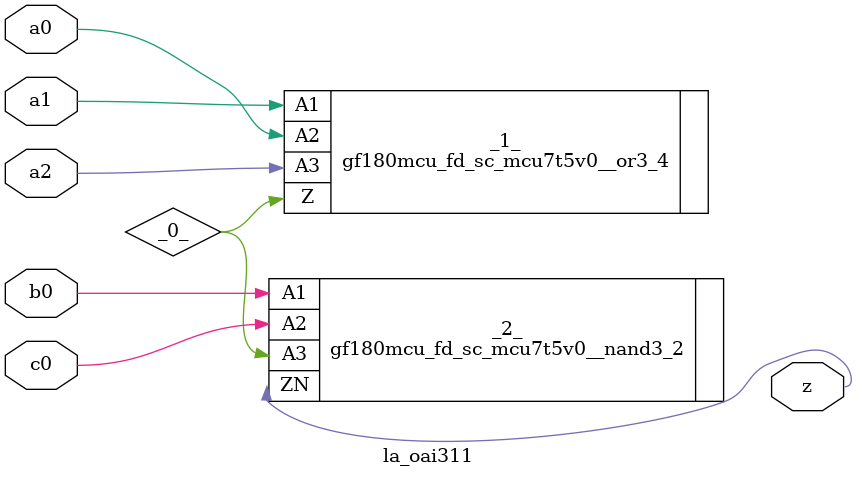
<source format=v>

/* Generated by Yosys 0.37 (git sha1 a5c7f69ed, clang 14.0.0-1ubuntu1.1 -fPIC -Os) */

module la_oai311(a0, a1, a2, b0, c0, z);
  wire _0_;
  input a0;
  wire a0;
  input a1;
  wire a1;
  input a2;
  wire a2;
  input b0;
  wire b0;
  input c0;
  wire c0;
  output z;
  wire z;
  gf180mcu_fd_sc_mcu7t5v0__or3_4 _1_ (
    .A1(a1),
    .A2(a0),
    .A3(a2),
    .Z(_0_)
  );
  gf180mcu_fd_sc_mcu7t5v0__nand3_2 _2_ (
    .A1(b0),
    .A2(c0),
    .A3(_0_),
    .ZN(z)
  );
endmodule

</source>
